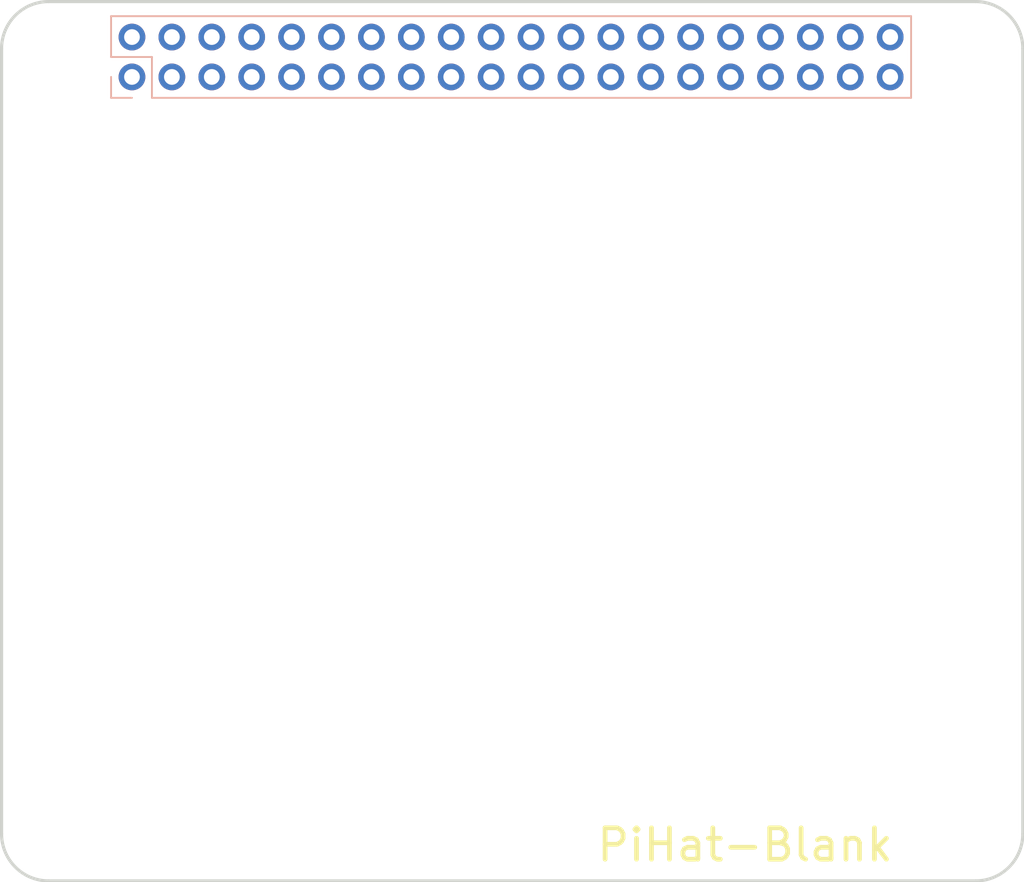
<source format=kicad_pcb>
(kicad_pcb (version 20211014) (generator pcbnew)
  (title_block (title "Internet Interrupter v1") (rev "1") (company "Edje Electronics"))
  (layers (0 "F.Cu" signal) (31 "B.Cu" signal) (34 "B.Paste" user) (35 "F.Paste" user) (36 "B.SilkS" user "B.Silkscreen") (37 "F.SilkS" user "F.Silkscreen") (38 "B.Mask" user) (39 "F.Mask" user) (44 "Edge.Cuts" user))
  (net 0 "")
  (net 1 "+5V")
  (net 2 "GND")
  (net 3 "3.3V")
  (net 4 "SDA")
  (net 5 "SCK")
  (net 6 "4")
  (net 7 "UART_TX")
  (net 8 "UART_RX")
  (net 9 "17")
  (net 10 "PCM_CLK")
  (net 11 "22")
  (net 12 "27")
  (net 13 "23")
  (net 14 "24")
  (net 15 "SPI_MOSI")
  (net 16 "SPI_MISO")
  (net 17 "25")
  (net 18 "SPI_SCLK")
  (net 19 "SPI_CE0")
  (net 20 "SPI_CE1")
  (net 21 "I2C_0_SDA")
  (net 22 "I2C_0_SCL")
  (net 23 "5")
  (net 24 "6")
  (net 25 "12")
  (net 26 "13")
  (net 27 "19")
  (net 28 "16")
  (net 29 "26")
  (net 30 "20")
  (net 31 "21")
  (footprint "myFP:MountingHole_2.75mm_NoPad" (layer "F.Cu") (at 167.5 72.36)
    (fp_text reference "H2" hide)
    (fp_text value "MountingHole" hide)
    (pad "" np_thru_hole circle locked (at 0 0) (size 2.75 2.75) (drill 2.75) (layers *.Cu *.Mask))
  )
  (footprint "myFP:MountingHole_2.75mm_NoPad" (layer "F.Cu") (at 167.5 121.36)
    (fp_text reference "H6" hide)
    (fp_text value "MountingHole" hide)
    (pad "" np_thru_hole circle locked (at 0 0) (size 2.75 2.75) (drill 2.75) (layers *.Cu *.Mask))
  )
  (footprint "myFP:MountingHole_2.75mm_NoPad" (layer "F.Cu") (at 109.5 121.36)
    (fp_text reference "H5" hide)
    (fp_text value "MountingHole" hide)
    (pad "" np_thru_hole circle locked (at 0 0) (size 2.75 2.75) (drill 2.75) (layers *.Cu *.Mask))
  )
  (footprint "myFP:MountingHole_2.75mm_NoPad" (layer "F.Cu") (at 109.5 72.36)
    (fp_text reference "H1" hide)
    (fp_text value "MountingHole" hide)
    (pad "" np_thru_hole circle locked (at 0 0) (size 2.75 2.75) (drill 2.75) (layers *.Cu *.Mask))
  )
  (footprint "Connector_PinSocket_2.54mm:PinSocket_2x20_P2.54mm_Vertical" (layer "B.Cu") (at 114.3 73.66 -90)
    (fp_text reference "J1" hide)
    (fp_text value "Raspberry_Pi_2_3" hide)
    (fp_line (start -3.87 1.33) (end -3.87 -49.59) (layer "B.SilkS") (width 0.12))
    (fp_line (start -1.27 -1.27) (end 1.33 -1.27) (layer "B.SilkS") (width 0.12))
    (fp_line (start 1.33 -1.27) (end 1.33 -49.59) (layer "B.SilkS") (width 0.12))
    (fp_line (start -3.87 1.33) (end -1.27 1.33) (layer "B.SilkS") (width 0.12))
    (fp_line (start 1.33 1.33) (end 1.33 0) (layer "B.SilkS") (width 0.12))
    (fp_line (start 0 1.33) (end 1.33 1.33) (layer "B.SilkS") (width 0.12))
    (fp_line (start -3.87 -49.59) (end 1.33 -49.59) (layer "B.SilkS") (width 0.12))
    (fp_line (start -1.27 1.33) (end -1.27 -1.27) (layer "B.SilkS") (width 0.12))
    (pad "1" thru_hole circle locked (at 0 0 270) (size 1.7 1.7) (drill 1) (layers *.Cu *.Mask) (net 3 "3.3V"))
    (pad "2" thru_hole oval locked (at -2.54 0 270) (size 1.7 1.7) (drill 1) (layers *.Cu *.Mask) (net 1 "+5V"))
    (pad "3" thru_hole oval locked (at 0 -2.54 270) (size 1.7 1.7) (drill 1) (layers *.Cu *.Mask) (net 4 "SDA"))
    (pad "4" thru_hole oval locked (at -2.54 -2.54 270) (size 1.7 1.7) (drill 1) (layers *.Cu *.Mask) (net 1 "+5V"))
    (pad "5" thru_hole oval locked (at 0 -5.08 270) (size 1.7 1.7) (drill 1) (layers *.Cu *.Mask) (net 5 "SCK"))
    (pad "6" thru_hole oval locked (at -2.54 -5.08 270) (size 1.7 1.7) (drill 1) (layers *.Cu *.Mask) (net 2 "GND"))
    (pad "7" thru_hole oval locked (at 0 -7.62 270) (size 1.7 1.7) (drill 1) (layers *.Cu *.Mask) (net 6 "4"))
    (pad "8" thru_hole oval locked (at -2.54 -7.62 270) (size 1.7 1.7) (drill 1) (layers *.Cu *.Mask) (net 7 "UART_TX"))
    (pad "9" thru_hole oval locked (at 0 -10.16 270) (size 1.7 1.7) (drill 1) (layers *.Cu *.Mask) (net 2 "GND"))
    (pad "10" thru_hole oval locked (at -2.54 -10.16 270) (size 1.7 1.7) (drill 1) (layers *.Cu *.Mask) (net 8 "UART_RX"))
    (pad "11" thru_hole oval locked (at 0 -12.7 270) (size 1.7 1.7) (drill 1) (layers *.Cu *.Mask) (net 9 "17"))
    (pad "12" thru_hole oval locked (at -2.54 -12.7 270) (size 1.7 1.7) (drill 1) (layers *.Cu *.Mask) (net 10 "PCM_CLK"))
    (pad "13" thru_hole oval locked (at 0 -15.24 270) (size 1.7 1.7) (drill 1) (layers *.Cu *.Mask) (net 12 "27"))
    (pad "14" thru_hole oval locked (at -2.54 -15.24 270) (size 1.7 1.7) (drill 1) (layers *.Cu *.Mask) (net 2 "GND"))
    (pad "15" thru_hole oval locked (at 0 -17.78 270) (size 1.7 1.7) (drill 1) (layers *.Cu *.Mask) (net 11 "22"))
    (pad "16" thru_hole oval locked (at -2.54 -17.78 270) (size 1.7 1.7) (drill 1) (layers *.Cu *.Mask) (net 13 "23"))
    (pad "17" thru_hole oval locked (at 0 -20.32 270) (size 1.7 1.7) (drill 1) (layers *.Cu *.Mask) (net 3 "3.3V"))
    (pad "18" thru_hole oval locked (at -2.54 -20.32 270) (size 1.7 1.7) (drill 1) (layers *.Cu *.Mask) (net 14 "24"))
    (pad "19" thru_hole oval locked (at 0 -22.86 270) (size 1.7 1.7) (drill 1) (layers *.Cu *.Mask) (net 15 "SPI_MOSI"))
    (pad "20" thru_hole oval locked (at -2.54 -22.86 270) (size 1.7 1.7) (drill 1) (layers *.Cu *.Mask) (net 2 "GND"))
    (pad "21" thru_hole oval locked (at 0 -25.4 270) (size 1.7 1.7) (drill 1) (layers *.Cu *.Mask) (net 16 "SPI_MISO"))
    (pad "22" thru_hole oval locked (at -2.54 -25.4 270) (size 1.7 1.7) (drill 1) (layers *.Cu *.Mask) (net 17 "25"))
    (pad "23" thru_hole oval locked (at 0 -27.94 270) (size 1.7 1.7) (drill 1) (layers *.Cu *.Mask) (net 18 "SPI_SCLK"))
    (pad "24" thru_hole oval locked (at -2.54 -27.94 270) (size 1.7 1.7) (drill 1) (layers *.Cu *.Mask) (net 19 "SPI_CE0"))
    (pad "25" thru_hole oval locked (at 0 -30.48 270) (size 1.7 1.7) (drill 1) (layers *.Cu *.Mask) (net 2 "GND"))
    (pad "26" thru_hole oval locked (at -2.54 -30.48 270) (size 1.7 1.7) (drill 1) (layers *.Cu *.Mask) (net 20 "SPI_CE1"))
    (pad "27" thru_hole oval locked (at 0 -33.02 270) (size 1.7 1.7) (drill 1) (layers *.Cu *.Mask) (net 21 "I2C_0_SDA"))
    (pad "28" thru_hole oval locked (at -2.54 -33.02 270) (size 1.7 1.7) (drill 1) (layers *.Cu *.Mask) (net 22 "I2C_0_SCL"))
    (pad "29" thru_hole oval locked (at 0 -35.56 270) (size 1.7 1.7) (drill 1) (layers *.Cu *.Mask) (net 23 "5"))
    (pad "30" thru_hole oval locked (at -2.54 -35.56 270) (size 1.7 1.7) (drill 1) (layers *.Cu *.Mask) (net 2 "GND"))
    (pad "31" thru_hole oval locked (at 0 -38.1 270) (size 1.7 1.7) (drill 1) (layers *.Cu *.Mask) (net 24 "6"))
    (pad "32" thru_hole oval locked (at -2.54 -38.1 270) (size 1.7 1.7) (drill 1) (layers *.Cu *.Mask) (net 25 "12"))
    (pad "33" thru_hole oval locked (at 0 -40.64 270) (size 1.7 1.7) (drill 1) (layers *.Cu *.Mask) (net 26 "13"))
    (pad "34" thru_hole oval locked (at -2.54 -40.64 270) (size 1.7 1.7) (drill 1) (layers *.Cu *.Mask) (net 2 "GND"))
    (pad "35" thru_hole oval locked (at 0 -43.18 270) (size 1.7 1.7) (drill 1) (layers *.Cu *.Mask) (net 27 "19"))
    (pad "36" thru_hole oval locked (at -2.54 -43.18 270) (size 1.7 1.7) (drill 1) (layers *.Cu *.Mask) (net 28 "16"))
    (pad "37" thru_hole oval locked (at 0 -45.72 270) (size 1.7 1.7) (drill 1) (layers *.Cu *.Mask) (net 29 "26"))
    (pad "38" thru_hole oval locked (at -2.54 -45.72 270) (size 1.7 1.7) (drill 1) (layers *.Cu *.Mask) (net 30 "20"))
    (pad "39" thru_hole oval locked (at 0 -48.26 270) (size 1.7 1.7) (drill 1) (layers *.Cu *.Mask) (net 2 "GND"))
    (pad "40" thru_hole oval locked (at -2.54 -48.26 270) (size 1.7 1.7) (drill 1) (layers *.Cu *.Mask) (net 31 "21"))
  )
  (gr_arc (start 168 68.86) (mid 170.12132 69.73868) (end 171 71.86) (layer "Edge.Cuts") (width 0.2))
  (gr_arc (start 106 71.86) (mid 106.87868 69.73868) (end 109 68.86) (layer "Edge.Cuts") (width 0.2))
  (gr_line (start 168 68.86) (end 109 68.86) (layer "Edge.Cuts") (width 0.2))
  (gr_line (start 109 124.86) (end 168 124.86) (layer "Edge.Cuts") (width 0.2))
  (gr_arc (start 109 124.86) (mid 106.87868 123.98132) (end 106 121.86) (layer "Edge.Cuts") (width 0.2))
  (gr_line (start 106 71.86) (end 106 121.86) (layer "Edge.Cuts") (width 0.2))
  (gr_line (start 171 71.86) (end 171 121.86) (layer "Edge.Cuts") (width 0.2))
  (gr_arc (start 171 121.86) (mid 170.12132 123.98132) (end 168 124.86) (layer "Edge.Cuts") (width 0.2))
  (gr_text "PiHat-Blank" (at 143.74 122.57) (layer "F.SilkS") (effects (font (size 2 2) (thickness 0.3)) (justify left)))
)
</source>
